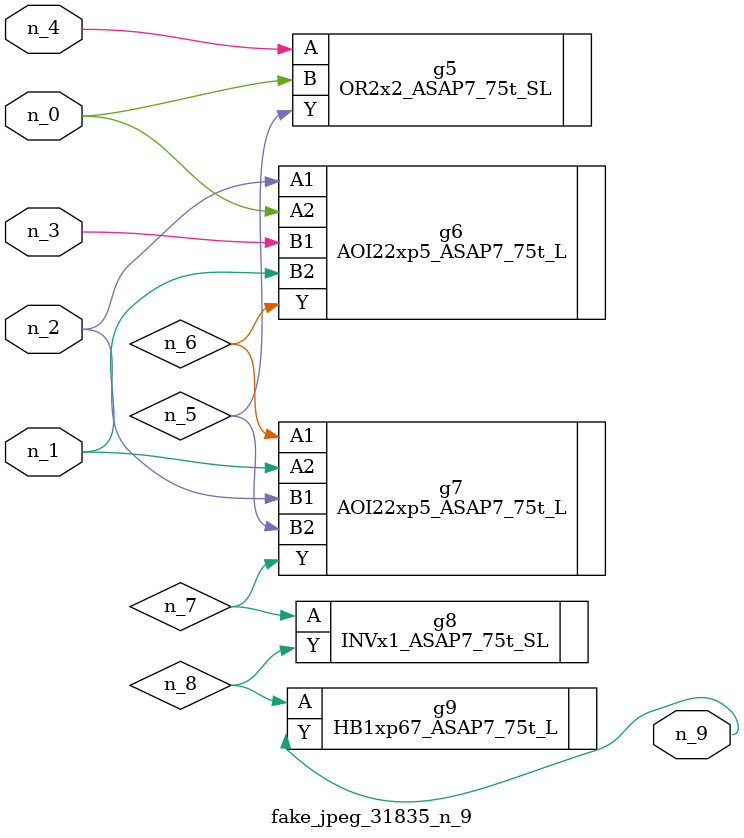
<source format=v>
module fake_jpeg_31835_n_9 (n_3, n_2, n_1, n_0, n_4, n_9);

input n_3;
input n_2;
input n_1;
input n_0;
input n_4;

output n_9;

wire n_8;
wire n_6;
wire n_5;
wire n_7;

OR2x2_ASAP7_75t_SL g5 ( 
.A(n_4),
.B(n_0),
.Y(n_5)
);

AOI22xp5_ASAP7_75t_L g6 ( 
.A1(n_2),
.A2(n_0),
.B1(n_3),
.B2(n_1),
.Y(n_6)
);

AOI22xp5_ASAP7_75t_L g7 ( 
.A1(n_6),
.A2(n_1),
.B1(n_2),
.B2(n_5),
.Y(n_7)
);

INVx1_ASAP7_75t_SL g8 ( 
.A(n_7),
.Y(n_8)
);

HB1xp67_ASAP7_75t_L g9 ( 
.A(n_8),
.Y(n_9)
);


endmodule
</source>
